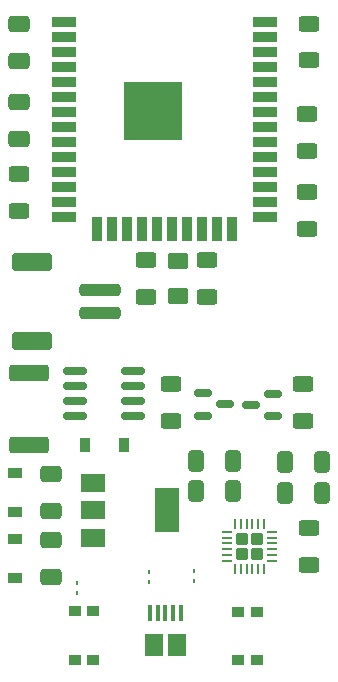
<source format=gbr>
%TF.GenerationSoftware,KiCad,Pcbnew,(6.0.1-0)*%
%TF.CreationDate,2022-11-21T00:33:54+01:00*%
%TF.ProjectId,flowmeter,666c6f77-6d65-4746-9572-2e6b69636164,rev?*%
%TF.SameCoordinates,Original*%
%TF.FileFunction,Paste,Top*%
%TF.FilePolarity,Positive*%
%FSLAX46Y46*%
G04 Gerber Fmt 4.6, Leading zero omitted, Abs format (unit mm)*
G04 Created by KiCad (PCBNEW (6.0.1-0)) date 2022-11-21 00:33:54*
%MOMM*%
%LPD*%
G01*
G04 APERTURE LIST*
G04 Aperture macros list*
%AMRoundRect*
0 Rectangle with rounded corners*
0 $1 Rounding radius*
0 $2 $3 $4 $5 $6 $7 $8 $9 X,Y pos of 4 corners*
0 Add a 4 corners polygon primitive as box body*
4,1,4,$2,$3,$4,$5,$6,$7,$8,$9,$2,$3,0*
0 Add four circle primitives for the rounded corners*
1,1,$1+$1,$2,$3*
1,1,$1+$1,$4,$5*
1,1,$1+$1,$6,$7*
1,1,$1+$1,$8,$9*
0 Add four rect primitives between the rounded corners*
20,1,$1+$1,$2,$3,$4,$5,0*
20,1,$1+$1,$4,$5,$6,$7,0*
20,1,$1+$1,$6,$7,$8,$9,0*
20,1,$1+$1,$8,$9,$2,$3,0*%
G04 Aperture macros list end*
%ADD10RoundRect,0.062500X-0.062500X-0.350000X0.062500X-0.350000X0.062500X0.350000X-0.062500X0.350000X0*%
%ADD11RoundRect,0.062500X-0.350000X-0.062500X0.350000X-0.062500X0.350000X0.062500X-0.350000X0.062500X0*%
%ADD12RoundRect,0.250000X-0.275000X-0.275000X0.275000X-0.275000X0.275000X0.275000X-0.275000X0.275000X0*%
%ADD13RoundRect,0.250000X0.412500X0.650000X-0.412500X0.650000X-0.412500X-0.650000X0.412500X-0.650000X0*%
%ADD14RoundRect,0.250000X-0.412500X-0.650000X0.412500X-0.650000X0.412500X0.650000X-0.412500X0.650000X0*%
%ADD15R,0.900000X1.200000*%
%ADD16RoundRect,0.250000X-0.625000X0.400000X-0.625000X-0.400000X0.625000X-0.400000X0.625000X0.400000X0*%
%ADD17R,1.000000X0.900000*%
%ADD18R,0.400000X1.350000*%
%ADD19R,1.500000X1.900000*%
%ADD20RoundRect,0.150000X0.587500X0.150000X-0.587500X0.150000X-0.587500X-0.150000X0.587500X-0.150000X0*%
%ADD21RoundRect,0.150000X-0.587500X-0.150000X0.587500X-0.150000X0.587500X0.150000X-0.587500X0.150000X0*%
%ADD22RoundRect,0.250000X0.625000X-0.400000X0.625000X0.400000X-0.625000X0.400000X-0.625000X-0.400000X0*%
%ADD23R,0.250000X0.360000*%
%ADD24RoundRect,0.250000X-0.650000X0.412500X-0.650000X-0.412500X0.650000X-0.412500X0.650000X0.412500X0*%
%ADD25R,2.000000X0.900000*%
%ADD26R,0.900000X2.000000*%
%ADD27R,5.000000X5.000000*%
%ADD28RoundRect,0.250000X0.650000X-0.412500X0.650000X0.412500X-0.650000X0.412500X-0.650000X-0.412500X0*%
%ADD29RoundRect,0.249999X-1.425001X0.450001X-1.425001X-0.450001X1.425001X-0.450001X1.425001X0.450001X0*%
%ADD30RoundRect,0.250001X-0.624999X0.462499X-0.624999X-0.462499X0.624999X-0.462499X0.624999X0.462499X0*%
%ADD31R,1.200000X0.900000*%
%ADD32RoundRect,0.250001X-1.449999X0.499999X-1.449999X-0.499999X1.449999X-0.499999X1.449999X0.499999X0*%
%ADD33RoundRect,0.250000X-1.500000X0.250000X-1.500000X-0.250000X1.500000X-0.250000X1.500000X0.250000X0*%
%ADD34RoundRect,0.150000X0.825000X0.150000X-0.825000X0.150000X-0.825000X-0.150000X0.825000X-0.150000X0*%
%ADD35R,2.000000X1.500000*%
%ADD36R,2.000000X3.800000*%
G04 APERTURE END LIST*
D10*
%TO.C,U2*%
X156738000Y-115410500D03*
X157238000Y-115410500D03*
X157738000Y-115410500D03*
X158238000Y-115410500D03*
X158738000Y-115410500D03*
X159238000Y-115410500D03*
D11*
X159925500Y-116098000D03*
X159925500Y-116598000D03*
X159925500Y-117098000D03*
X159925500Y-117598000D03*
X159925500Y-118098000D03*
X159925500Y-118598000D03*
D10*
X159238000Y-119285500D03*
X158738000Y-119285500D03*
X158238000Y-119285500D03*
X157738000Y-119285500D03*
X157238000Y-119285500D03*
X156738000Y-119285500D03*
D11*
X156050500Y-118598000D03*
X156050500Y-118098000D03*
X156050500Y-117598000D03*
X156050500Y-117098000D03*
X156050500Y-116598000D03*
X156050500Y-116098000D03*
D12*
X157338000Y-117998000D03*
X157338000Y-116698000D03*
X158638000Y-117998000D03*
X158638000Y-116698000D03*
%TD*%
D13*
%TO.C,C5*%
X156602500Y-110076000D03*
X153477500Y-110076000D03*
%TD*%
D14*
%TO.C,C2*%
X160997500Y-110184000D03*
X164122500Y-110184000D03*
%TD*%
D15*
%TO.C,C1*%
X144034000Y-108800000D03*
X147334000Y-108800000D03*
%TD*%
D16*
%TO.C,R2*%
X163068000Y-73100000D03*
X163068000Y-76200000D03*
%TD*%
D17*
%TO.C,SW1*%
X158590000Y-122900000D03*
X158590000Y-127000000D03*
X156990000Y-127000000D03*
X156990000Y-122900000D03*
%TD*%
D18*
%TO.C,J1*%
X149576000Y-122997500D03*
X150226000Y-122997500D03*
X150876000Y-122997500D03*
X151526000Y-122997500D03*
X152176000Y-122997500D03*
D19*
X151876000Y-125697500D03*
X149876000Y-125697500D03*
%TD*%
D20*
%TO.C,Q1*%
X159948250Y-106306000D03*
X159948250Y-104406000D03*
X158073250Y-105356000D03*
%TD*%
D21*
%TO.C,Q2*%
X154073250Y-104368500D03*
X154073250Y-106268500D03*
X155948250Y-105318500D03*
%TD*%
D16*
%TO.C,R5*%
X151384000Y-103606000D03*
X151384000Y-106706000D03*
%TD*%
D22*
%TO.C,R6*%
X162560000Y-106706000D03*
X162560000Y-103606000D03*
%TD*%
D23*
%TO.C,D1*%
X143380000Y-120484000D03*
X143380000Y-121324000D03*
%TD*%
D16*
%TO.C,R10*%
X149212000Y-93130000D03*
X149212000Y-96230000D03*
%TD*%
D13*
%TO.C,C4*%
X156602500Y-112676000D03*
X153477500Y-112676000D03*
%TD*%
D22*
%TO.C,R3*%
X162830000Y-83830000D03*
X162830000Y-80730000D03*
%TD*%
D16*
%TO.C,R8*%
X162880000Y-87340000D03*
X162880000Y-90440000D03*
%TD*%
D24*
%TO.C,C6*%
X141224000Y-116801500D03*
X141224000Y-119926500D03*
%TD*%
D25*
%TO.C,U4*%
X142300000Y-72945000D03*
X142300000Y-74215000D03*
X142300000Y-75485000D03*
X142300000Y-76755000D03*
X142300000Y-78025000D03*
X142300000Y-79295000D03*
X142300000Y-80565000D03*
X142300000Y-81835000D03*
X142300000Y-83105000D03*
X142300000Y-84375000D03*
X142300000Y-85645000D03*
X142300000Y-86915000D03*
X142300000Y-88185000D03*
X142300000Y-89455000D03*
D26*
X145085000Y-90455000D03*
X146355000Y-90455000D03*
X147625000Y-90455000D03*
X148895000Y-90455000D03*
X150165000Y-90455000D03*
X151435000Y-90455000D03*
X152705000Y-90455000D03*
X153975000Y-90455000D03*
X155245000Y-90455000D03*
X156515000Y-90455000D03*
D25*
X159300000Y-89455000D03*
X159300000Y-88185000D03*
X159300000Y-86915000D03*
X159300000Y-85645000D03*
X159300000Y-84375000D03*
X159300000Y-83105000D03*
X159300000Y-81835000D03*
X159300000Y-80565000D03*
X159300000Y-79295000D03*
X159300000Y-78025000D03*
X159300000Y-76755000D03*
X159300000Y-75485000D03*
X159300000Y-74215000D03*
X159300000Y-72945000D03*
D27*
X149800000Y-80445000D03*
%TD*%
D23*
%TO.C,D4*%
X149520000Y-120317500D03*
X149520000Y-119477500D03*
%TD*%
D28*
%TO.C,C7*%
X141224000Y-114338500D03*
X141224000Y-111213500D03*
%TD*%
D29*
%TO.C,R1*%
X139286500Y-102680000D03*
X139286500Y-108780000D03*
%TD*%
D30*
%TO.C,D6*%
X151900000Y-93188500D03*
X151900000Y-96163500D03*
%TD*%
D16*
%TO.C,R9*%
X138445750Y-85826000D03*
X138445750Y-88926000D03*
%TD*%
D31*
%TO.C,D2*%
X138176000Y-116714000D03*
X138176000Y-120014000D03*
%TD*%
D23*
%TO.C,D3*%
X153290000Y-120237500D03*
X153290000Y-119397500D03*
%TD*%
D32*
%TO.C,X1*%
X139584000Y-93250000D03*
X139584000Y-99950000D03*
D33*
X145334000Y-97600000D03*
X145334000Y-95600000D03*
%TD*%
D13*
%TO.C,C3*%
X164122500Y-112784000D03*
X160997500Y-112784000D03*
%TD*%
D16*
%TO.C,R7*%
X154432000Y-93126000D03*
X154432000Y-96226000D03*
%TD*%
D17*
%TO.C,SW2*%
X144780000Y-122850000D03*
X144780000Y-126950000D03*
X143180000Y-122850000D03*
X143180000Y-126950000D03*
%TD*%
D22*
%TO.C,R11*%
X163068000Y-118898000D03*
X163068000Y-115798000D03*
%TD*%
D24*
%TO.C,C9*%
X138445750Y-79717500D03*
X138445750Y-82842500D03*
%TD*%
D31*
%TO.C,D5*%
X138176000Y-114426000D03*
X138176000Y-111126000D03*
%TD*%
D28*
%TO.C,C8*%
X138445750Y-76238500D03*
X138445750Y-73113500D03*
%TD*%
D34*
%TO.C,U1*%
X148151500Y-106335000D03*
X148151500Y-105065000D03*
X148151500Y-103795000D03*
X148151500Y-102525000D03*
X143201500Y-102525000D03*
X143201500Y-103795000D03*
X143201500Y-105065000D03*
X143201500Y-106335000D03*
%TD*%
D35*
%TO.C,U3*%
X144734000Y-112000000D03*
X144734000Y-114300000D03*
D36*
X151034000Y-114300000D03*
D35*
X144734000Y-116600000D03*
%TD*%
M02*

</source>
